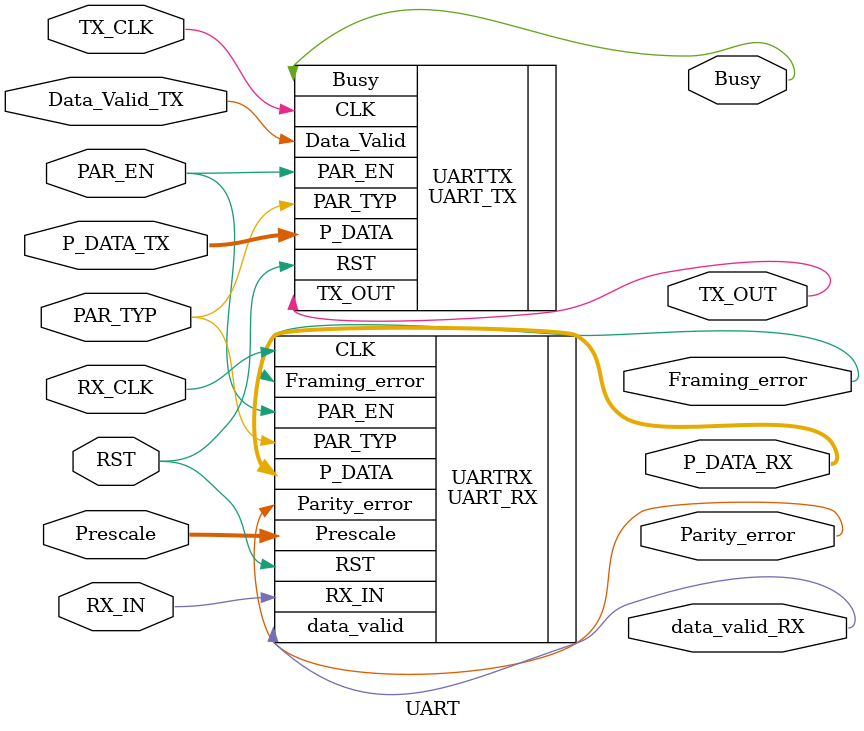
<source format=v>
`include "/RX_code/UART_RX.v"
`include "/TX_code/UART_TX.v"

module UART (
    //------------RX ports------------//
    input wire RX_IN, PAR_EN, PAR_TYP, RX_CLK, TX_CLK, RST,
    input wire [3:0] Prescale,
    output wire data_valid_RX, Parity_error,  Framing_error,
    output wire [7:0] P_DATA_RX,

    //------------TX PORTS------------//
    input wire Data_Valid_TX,
    input wire [7:0]    P_DATA_TX,
    output wire TX_OUT, Busy
);

UART_TX UARTTX (
        .CLK(TX_CLK),
        .RST(RST),
        .PAR_TYP(PAR_TYP),
        .PAR_EN(PAR_EN),
        .Data_Valid(Data_Valid_TX),
        .P_DATA(P_DATA_TX),
        .TX_OUT(TX_OUT),
        .Busy(Busy)
);

UART_RX UARTRX (
        .RX_IN(RX_IN),
        .PAR_EN(PAR_EN),
        .PAR_TYP(PAR_TYP),
        .CLK(RX_CLK),
        .RST(RST),
        .Prescale(Prescale),
        .data_valid(data_valid_RX),
        .Parity_error(Parity_error),
        .Framing_error(Framing_error),
        .P_DATA(P_DATA_RX)
);
    
endmodule
</source>
